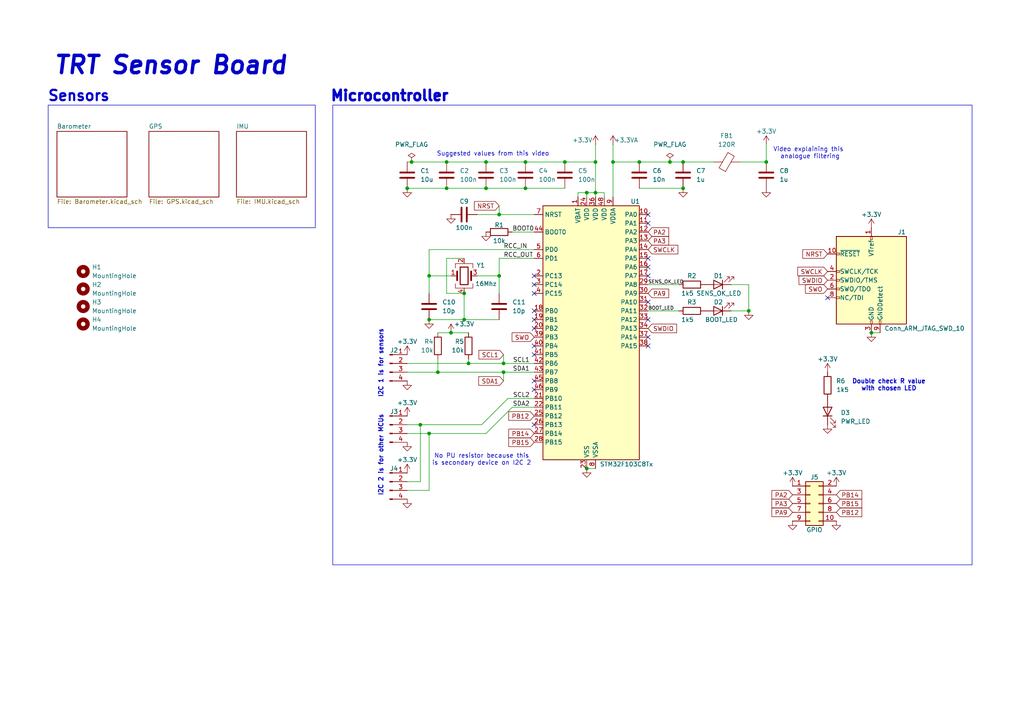
<source format=kicad_sch>
(kicad_sch (version 20231120) (generator "eeschema") (generator_version "8.0")
  (paper "A4")
  (title_block (title "TRT Sensor Board") (date "2024-07-10") (rev "0.1") (company "TRT"))
  (lib_symbols
    (symbol "Connector:Conn_01x04_Pin" (pin_names (offset 1.016) hide)
      (property "Reference" "J" (at 0 5.08 0))
      (property "Value" "Conn_01x04_Pin" (at 0 -7.62 0))
      (symbol "Conn_01x04_Pin_1_1"
        (polyline (pts (xy 1.27 -5.08) (xy 0.8636 -5.08)) (stroke (width 0.1524)))
        (polyline (pts (xy 1.27 -2.54) (xy 0.8636 -2.54)) (stroke (width 0.1524)))
        (polyline (pts (xy 1.27 0) (xy 0.8636 0)) (stroke (width 0.1524)))
        (polyline (pts (xy 1.27 2.54) (xy 0.8636 2.54)) (stroke (width 0.1524)))
        (rectangle (start 0.8636 -4.953) (end 0 -5.207) (stroke (width 0.1524)) (fill (type outline)))
        (rectangle (start 0.8636 -2.413) (end 0 -2.667) (stroke (width 0.1524)) (fill (type outline)))
        (rectangle (start 0.8636 0.127) (end 0 -0.127) (stroke (width 0.1524)) (fill (type outline)))
        (rectangle (start 0.8636 2.667) (end 0 2.413) (stroke (width 0.1524)) (fill (type outline)))
        (pin passive line (at 5.08 2.54 180) (length 3.81) (name "Pin_1") (number "1"))
        (pin passive line (at 5.08 0 180) (length 3.81) (name "Pin_2") (number "2"))
        (pin passive line (at 5.08 -2.54 180) (length 3.81) (name "Pin_3") (number "3"))
        (pin passive line (at 5.08 -5.08 180) (length 3.81) (name "Pin_4") (number "4"))
      )
    )
    (symbol "Connector:Conn_ARM_JTAG_SWD_10" (pin_names (offset 1.016))
      (property "Reference" "J" (at -2.54 16.51 0))
      (property "Value" "Conn_ARM_JTAG_SWD_10" (at -2.54 13.97 0))
      (symbol "Conn_ARM_JTAG_SWD_10_0_1"
        (rectangle (start -10.16 12.7) (end 10.16 -12.7) (stroke (width 0.254)) (fill (type background)))
        (rectangle (start -2.794 -12.7) (end -2.286 -11.684))
        (rectangle (start -0.254 -12.7) (end 0.254 -11.684))
        (rectangle (start -0.254 12.7) (end 0.254 11.684))
        (rectangle (start 9.144 2.286) (end 10.16 2.794))
        (rectangle (start 10.16 -2.794) (end 9.144 -2.286))
        (rectangle (start 10.16 -0.254) (end 9.144 0.254))
        (rectangle (start 10.16 7.874) (end 9.144 7.366))
      )
      (symbol "Conn_ARM_JTAG_SWD_10_1_1"
        (rectangle (start 9.144 -5.334) (end 10.16 -4.826))
        (pin power_in line (at 0 15.24 270) (length 2.54) (name "VTref") (number "1"))
        (pin open_collector line (at 12.7 7.62 180) (length 2.54) (name "~{RESET}") (number "10"))
        (pin bidirectional line (at 12.7 0 180) (length 2.54) (name "SWDIO/TMS") (number "2"))
        (pin power_in line (at 0 -15.24 90) (length 2.54) (name "GND") (number "3"))
        (pin output line (at 12.7 2.54 180) (length 2.54) (name "SWCLK/TCK") (number "4"))
        (pin passive line (at 0 -15.24 90) (length 2.54) hide (name "GND") (number "5"))
        (pin input line (at 12.7 -2.54 180) (length 2.54) (name "SWO/TDO") (number "6"))
        (pin no_connect line (at -10.16 0 0) (length 2.54) hide (name "KEY") (number "7"))
        (pin output line (at 12.7 -5.08 180) (length 2.54) (name "NC/TDI") (number "8"))
        (pin passive line (at -2.54 -15.24 90) (length 2.54) (name "GNDDetect") (number "9"))
      )
    )
    (symbol "Connector_Generic:Conn_02x05_Odd_Even" (pin_names (offset 1.016) hide)
      (property "Reference" "J" (at 1.27 7.62 0))
      (property "Value" "Conn_02x05_Odd_Even" (at 1.27 -7.62 0))
      (symbol "Conn_02x05_Odd_Even_1_1"
        (rectangle (start -1.27 -4.953) (end 0 -5.207) (stroke (width 0.1524)))
        (rectangle (start -1.27 -2.413) (end 0 -2.667) (stroke (width 0.1524)))
        (rectangle (start -1.27 0.127) (end 0 -0.127) (stroke (width 0.1524)))
        (rectangle (start -1.27 2.667) (end 0 2.413) (stroke (width 0.1524)))
        (rectangle (start -1.27 5.207) (end 0 4.953) (stroke (width 0.1524)))
        (rectangle (start -1.27 6.35) (end 3.81 -6.35) (stroke (width 0.254)) (fill (type background)))
        (rectangle (start 3.81 -4.953) (end 2.54 -5.207) (stroke (width 0.1524)))
        (rectangle (start 3.81 -2.413) (end 2.54 -2.667) (stroke (width 0.1524)))
        (rectangle (start 3.81 0.127) (end 2.54 -0.127) (stroke (width 0.1524)))
        (rectangle (start 3.81 2.667) (end 2.54 2.413) (stroke (width 0.1524)))
        (rectangle (start 3.81 5.207) (end 2.54 4.953) (stroke (width 0.1524)))
        (pin passive line (at -5.08 5.08 0) (length 3.81) (name "Pin_1") (number "1"))
        (pin passive line (at 7.62 -5.08 180) (length 3.81) (name "Pin_10") (number "10"))
        (pin passive line (at 7.62 5.08 180) (length 3.81) (name "Pin_2") (number "2"))
        (pin passive line (at -5.08 2.54 0) (length 3.81) (name "Pin_3") (number "3"))
        (pin passive line (at 7.62 2.54 180) (length 3.81) (name "Pin_4") (number "4"))
        (pin passive line (at -5.08 0 0) (length 3.81) (name "Pin_5") (number "5"))
        (pin passive line (at 7.62 0 180) (length 3.81) (name "Pin_6") (number "6"))
        (pin passive line (at -5.08 -2.54 0) (length 3.81) (name "Pin_7") (number "7"))
        (pin passive line (at 7.62 -2.54 180) (length 3.81) (name "Pin_8") (number "8"))
        (pin passive line (at -5.08 -5.08 0) (length 3.81) (name "Pin_9") (number "9"))
      )
    )
    (symbol "Device:C" (pin_numbers hide) (pin_names (offset 0.254))
      (property "Reference" "C" (at 0.635 2.54 0))
      (property "Value" "C" (at 0.635 -2.54 0))
      (symbol "C_0_1"
        (polyline (pts (xy -2.032 -0.762) (xy 2.032 -0.762)) (stroke (width 0.508)))
        (polyline (pts (xy -2.032 0.762) (xy 2.032 0.762)) (stroke (width 0.508)))
      )
      (symbol "C_1_1"
        (pin passive line (at 0 3.81 270) (length 2.794) (name "~") (number "1"))
        (pin passive line (at 0 -3.81 90) (length 2.794) (name "~") (number "2"))
      )
    )
    (symbol "Device:Crystal_GND24" (pin_names (offset 1.016) hide)
      (property "Reference" "Y" (at 3.175 5.08 0))
      (property "Value" "Crystal_GND24" (at 3.175 3.175 0))
      (symbol "Crystal_GND24_0_1"
        (rectangle (start -1.143 2.54) (end 1.143 -2.54) (stroke (width 0.3048)))
        (polyline (pts (xy -2.54 0) (xy -2.032 0)))
        (polyline (pts (xy -2.032 -1.27) (xy -2.032 1.27)) (stroke (width 0.508)))
        (polyline (pts (xy 0 -3.81) (xy 0 -3.556)))
        (polyline (pts (xy 0 3.556) (xy 0 3.81)))
        (polyline (pts (xy 2.032 -1.27) (xy 2.032 1.27)) (stroke (width 0.508)))
        (polyline (pts (xy 2.032 0) (xy 2.54 0)))
        (polyline (pts (xy -2.54 -2.286) (xy -2.54 -3.556) (xy 2.54 -3.556) (xy 2.54 -2.286)))
        (polyline (pts (xy -2.54 2.286) (xy -2.54 3.556) (xy 2.54 3.556) (xy 2.54 2.286)))
      )
      (symbol "Crystal_GND24_1_1"
        (pin passive line (at -3.81 0 0) (length 1.27) (name "1") (number "1"))
        (pin passive line (at 0 5.08 270) (length 1.27) (name "2") (number "2"))
        (pin passive line (at 3.81 0 180) (length 1.27) (name "3") (number "3"))
        (pin passive line (at 0 -5.08 90) (length 1.27) (name "4") (number "4"))
      )
    )
    (symbol "Device:FerriteBead" (pin_numbers hide) (pin_names (offset 0))
      (property "Reference" "FB" (at -3.81 0.635 90))
      (property "Value" "FerriteBead" (at 3.81 0 90))
      (symbol "FerriteBead_0_1"
        (polyline (pts (xy 0 -1.27) (xy 0 -1.2192)))
        (polyline (pts (xy 0 1.27) (xy 0 1.2954)))
        (polyline (pts (xy -2.7686 0.4064) (xy -1.7018 2.2606) (xy 2.7686 -0.3048) (xy 1.6764 -2.159) (xy -2.7686 0.4064)))
      )
      (symbol "FerriteBead_1_1"
        (pin passive line (at 0 3.81 270) (length 2.54) (name "~") (number "1"))
        (pin passive line (at 0 -3.81 90) (length 2.54) (name "~") (number "2"))
      )
    )
    (symbol "Device:LED" (pin_numbers hide) (pin_names (offset 1.016) hide)
      (property "Reference" "D" (at 0 2.54 0))
      (property "Value" "LED" (at 0 -2.54 0))
      (symbol "LED_0_1"
        (polyline (pts (xy -1.27 -1.27) (xy -1.27 1.27)) (stroke (width 0.254)))
        (polyline (pts (xy -1.27 0) (xy 1.27 0)))
        (polyline (pts (xy 1.27 -1.27) (xy 1.27 1.27) (xy -1.27 0) (xy 1.27 -1.27)) (stroke (width 0.254)))
        (polyline (pts (xy -3.048 -0.762) (xy -4.572 -2.286) (xy -3.81 -2.286) (xy -4.572 -2.286) (xy -4.572 -1.524)))
        (polyline (pts (xy -1.778 -0.762) (xy -3.302 -2.286) (xy -2.54 -2.286) (xy -3.302 -2.286) (xy -3.302 -1.524)))
      )
      (symbol "LED_1_1"
        (pin passive line (at -3.81 0 0) (length 2.54) (name "K") (number "1"))
        (pin passive line (at 3.81 0 180) (length 2.54) (name "A") (number "2"))
      )
    )
    (symbol "Device:R" (pin_numbers hide) (pin_names (offset 0))
      (property "Reference" "R" (at 2.032 0 90))
      (property "Value" "R" (at 0 0 90))
      (symbol "R_0_1"
        (rectangle (start -1.016 -2.54) (end 1.016 2.54) (stroke (width 0.254)))
      )
      (symbol "R_1_1"
        (pin passive line (at 0 3.81 270) (length 1.27) (name "~") (number "1"))
        (pin passive line (at 0 -3.81 90) (length 1.27) (name "~") (number "2"))
      )
    )
    (symbol "MCU_ST_STM32F1:STM32F103C8Tx"
      (property "Reference" "U" (at -12.7 39.37 0))
      (property "Value" "STM32F103C8Tx" (at 10.16 39.37 0))
      (symbol "STM32F103C8Tx_0_1"
        (rectangle (start -12.7 -35.56) (end 15.24 38.1) (stroke (width 0.254)) (fill (type background)))
      )
      (symbol "STM32F103C8Tx_1_1"
        (pin power_in line (at -2.54 40.64 270) (length 2.54) (name "VBAT") (number "1"))
        (pin bidirectional line (at 17.78 35.56 180) (length 2.54) (name "PA0") (number "10"))
        (pin bidirectional line (at 17.78 33.02 180) (length 2.54) (name "PA1") (number "11"))
        (pin bidirectional line (at 17.78 30.48 180) (length 2.54) (name "PA2") (number "12"))
        (pin bidirectional line (at 17.78 27.94 180) (length 2.54) (name "PA3") (number "13"))
        (pin bidirectional line (at 17.78 25.4 180) (length 2.54) (name "PA4") (number "14"))
        (pin bidirectional line (at 17.78 22.86 180) (length 2.54) (name "PA5") (number "15"))
        (pin bidirectional line (at 17.78 20.32 180) (length 2.54) (name "PA6") (number "16"))
        (pin bidirectional line (at 17.78 17.78 180) (length 2.54) (name "PA7") (number "17"))
        (pin bidirectional line (at -15.24 7.62 0) (length 2.54) (name "PB0") (number "18"))
        (pin bidirectional line (at -15.24 5.08 0) (length 2.54) (name "PB1") (number "19"))
        (pin bidirectional line (at -15.24 17.78 0) (length 2.54) (name "PC13") (number "2"))
        (pin bidirectional line (at -15.24 2.54 0) (length 2.54) (name "PB2") (number "20"))
        (pin bidirectional line (at -15.24 -17.78 0) (length 2.54) (name "PB10") (number "21"))
        (pin bidirectional line (at -15.24 -20.32 0) (length 2.54) (name "PB11") (number "22"))
        (pin power_in line (at 0 -38.1 90) (length 2.54) (name "VSS") (number "23"))
        (pin power_in line (at 0 40.64 270) (length 2.54) (name "VDD") (number "24"))
        (pin bidirectional line (at -15.24 -22.86 0) (length 2.54) (name "PB12") (number "25"))
        (pin bidirectional line (at -15.24 -25.4 0) (length 2.54) (name "PB13") (number "26"))
        (pin bidirectional line (at -15.24 -27.94 0) (length 2.54) (name "PB14") (number "27"))
        (pin bidirectional line (at -15.24 -30.48 0) (length 2.54) (name "PB15") (number "28"))
        (pin bidirectional line (at 17.78 15.24 180) (length 2.54) (name "PA8") (number "29"))
        (pin bidirectional line (at -15.24 15.24 0) (length 2.54) (name "PC14") (number "3"))
        (pin bidirectional line (at 17.78 12.7 180) (length 2.54) (name "PA9") (number "30"))
        (pin bidirectional line (at 17.78 10.16 180) (length 2.54) (name "PA10") (number "31"))
        (pin bidirectional line (at 17.78 7.62 180) (length 2.54) (name "PA11") (number "32"))
        (pin bidirectional line (at 17.78 5.08 180) (length 2.54) (name "PA12") (number "33"))
        (pin bidirectional line (at 17.78 2.54 180) (length 2.54) (name "PA13") (number "34"))
        (pin passive line (at 0 -38.1 90) (length 2.54) hide (name "VSS") (number "35"))
        (pin power_in line (at 2.54 40.64 270) (length 2.54) (name "VDD") (number "36"))
        (pin bidirectional line (at 17.78 0 180) (length 2.54) (name "PA14") (number "37"))
        (pin bidirectional line (at 17.78 -2.54 180) (length 2.54) (name "PA15") (number "38"))
        (pin bidirectional line (at -15.24 0 0) (length 2.54) (name "PB3") (number "39"))
        (pin bidirectional line (at -15.24 12.7 0) (length 2.54) (name "PC15") (number "4"))
        (pin bidirectional line (at -15.24 -2.54 0) (length 2.54) (name "PB4") (number "40"))
        (pin bidirectional line (at -15.24 -5.08 0) (length 2.54) (name "PB5") (number "41"))
        (pin bidirectional line (at -15.24 -7.62 0) (length 2.54) (name "PB6") (number "42"))
        (pin bidirectional line (at -15.24 -10.16 0) (length 2.54) (name "PB7") (number "43"))
        (pin input line (at -15.24 30.48 0) (length 2.54) (name "BOOT0") (number "44"))
        (pin bidirectional line (at -15.24 -12.7 0) (length 2.54) (name "PB8") (number "45"))
        (pin bidirectional line (at -15.24 -15.24 0) (length 2.54) (name "PB9") (number "46"))
        (pin passive line (at 0 -38.1 90) (length 2.54) hide (name "VSS") (number "47"))
        (pin power_in line (at 5.08 40.64 270) (length 2.54) (name "VDD") (number "48"))
        (pin bidirectional line (at -15.24 25.4 0) (length 2.54) (name "PD0") (number "5"))
        (pin bidirectional line (at -15.24 22.86 0) (length 2.54) (name "PD1") (number "6"))
        (pin input line (at -15.24 35.56 0) (length 2.54) (name "NRST") (number "7"))
        (pin power_in line (at 2.54 -38.1 90) (length 2.54) (name "VSSA") (number "8"))
        (pin power_in line (at 7.62 40.64 270) (length 2.54) (name "VDDA") (number "9"))
      )
    )
    (symbol "Mechanical:MountingHole" (pin_names (offset 1.016)) (exclude_from_sim yes) (in_bom no)
      (property "Reference" "H" (at 0 5.08 0))
      (property "Value" "MountingHole" (at 0 3.175 0))
      (symbol "MountingHole_0_1"
        (circle (center 0 0) (radius 1.27) (stroke (width 1.27)))
      )
    )
    (symbol "power:+3.3V" (power) (pin_numbers hide) (pin_names (offset 0) hide)
      (property "Value" "+3.3V" (at 0 3.556 0))
      (symbol "+3.3V_0_1"
        (polyline (pts (xy -0.762 1.27) (xy 0 2.54)))
        (polyline (pts (xy 0 0) (xy 0 2.54)))
        (polyline (pts (xy 0 2.54) (xy 0.762 1.27)))
      )
      (symbol "+3.3V_1_1"
        (pin power_in line (at 0 0 90) (length 0) (name "~") (number "1"))
      )
    )
    (symbol "power:+3.3VA" (power) (pin_numbers hide) (pin_names (offset 0) hide)
      (property "Value" "+3.3VA" (at 0 3.556 0))
      (symbol "+3.3VA_0_1"
        (polyline (pts (xy -0.762 1.27) (xy 0 2.54)))
        (polyline (pts (xy 0 0) (xy 0 2.54)))
        (polyline (pts (xy 0 2.54) (xy 0.762 1.27)))
      )
      (symbol "+3.3VA_1_1"
        (pin power_in line (at 0 0 90) (length 0) (name "~") (number "1"))
      )
    )
    (symbol "power:GND" (power) (pin_numbers hide) (pin_names (offset 0) hide)
      (property "Value" "GND" (at 0 -3.81 0))
      (symbol "GND_0_1"
        (polyline (pts (xy 0 0) (xy 0 -1.27) (xy 1.27 -1.27) (xy 0 -2.54) (xy -1.27 -1.27) (xy 0 -1.27)))
      )
      (symbol "GND_1_1"
        (pin power_in line (at 0 0 270) (length 0) (name "~") (number "1"))
      )
    )
    (symbol "power:PWR_FLAG" (power) (pin_numbers hide) (pin_names (offset 0) hide)
      (property "Value" "PWR_FLAG" (at 0 3.81 0))
      (symbol "PWR_FLAG_0_0"
        (pin power_out line (at 0 0 90) (length 0) (name "~") (number "1"))
      )
      (symbol "PWR_FLAG_0_1"
        (polyline (pts (xy 0 0) (xy 0 1.27) (xy -1.016 1.905) (xy 0 2.54) (xy 1.016 1.905) (xy 0 1.27)))
      )
    )
  )
  (junction (at 198.12 46.99))
  (junction (at 129.54 46.99))
  (junction (at 152.4 54.61))
  (junction (at 177.8 46.99))
  (junction (at 152.4 46.99))
  (junction (at 222.25 46.99))
  (junction (at 134.62 92.71))
  (junction (at 146.05 107.95))
  (junction (at 198.12 54.61))
  (junction (at 144.78 80.01))
  (junction (at 134.62 85.09))
  (junction (at 135.89 105.41))
  (junction (at 130.81 96.52))
  (junction (at 121.92 123.19))
  (junction (at 124.46 92.71))
  (junction (at 172.72 55.88))
  (junction (at 144.78 62.23))
  (junction (at 170.18 55.88))
  (junction (at 118.11 54.61))
  (junction (at 124.46 125.73))
  (junction (at 252.73 96.52))
  (junction (at 185.42 46.99))
  (junction (at 140.97 46.99))
  (junction (at 140.97 54.61))
  (junction (at 129.54 54.61))
  (junction (at 194.31 46.99))
  (junction (at 124.46 80.01))
  (junction (at 163.83 46.99))
  (junction (at 127 107.95))
  (junction (at 170.18 135.89))
  (junction (at 119.38 46.99))
  (junction (at 172.72 46.99))
  (junction (at 146.05 105.41))
  (junction (at 217.17 90.17))
  (no_connect (at 187.96 62.23))
  (no_connect (at 154.94 82.55))
  (no_connect (at 187.96 80.01))
  (no_connect (at 154.94 80.01))
  (no_connect (at 187.96 64.77))
  (no_connect (at 154.94 110.49))
  (no_connect (at 154.94 113.03))
  (no_connect (at 240.03 86.36))
  (no_connect (at 187.96 97.79))
  (no_connect (at 154.94 102.87))
  (no_connect (at 187.96 77.47))
  (no_connect (at 154.94 100.33))
  (no_connect (at 187.96 87.63))
  (no_connect (at 187.96 92.71))
  (no_connect (at 154.94 90.17))
  (no_connect (at 154.94 123.19))
  (no_connect (at 187.96 100.33))
  (no_connect (at 154.94 92.71))
  (no_connect (at 187.96 74.93))
  (no_connect (at 154.94 85.09))
  (no_connect (at 154.94 95.25))
  (wire (pts (xy 124.46 72.39) (xy 154.94 72.39)))
  (wire (pts (xy 172.72 55.88) (xy 172.72 57.15)))
  (wire (pts (xy 144.78 62.23) (xy 154.94 62.23)))
  (wire (pts (xy 135.89 96.52) (xy 130.81 96.52)))
  (wire (pts (xy 144.78 85.09) (xy 144.78 80.01)))
  (wire (pts (xy 146.05 102.87) (xy 146.05 105.41)))
  (wire (pts (xy 212.09 90.17) (xy 217.17 90.17)))
  (wire (pts (xy 134.62 85.09) (xy 134.62 92.71)))
  (wire (pts (xy 152.4 46.99) (xy 163.83 46.99)))
  (wire (pts (xy 124.46 72.39) (xy 124.46 80.01)))
  (wire (pts (xy 121.92 123.19) (xy 121.92 139.7)))
  (wire (pts (xy 134.62 85.09) (xy 129.54 85.09)))
  (wire (pts (xy 214.63 46.99) (xy 222.25 46.99)))
  (wire (pts (xy 198.12 46.99) (xy 207.01 46.99)))
  (wire (pts (xy 119.38 46.99) (xy 129.54 46.99)))
  (wire (pts (xy 130.81 96.52) (xy 127 96.52)))
  (wire (pts (xy 217.17 82.55) (xy 217.17 90.17)))
  (wire (pts (xy 146.05 105.41) (xy 154.94 105.41)))
  (wire (pts (xy 118.11 107.95) (xy 127 107.95)))
  (wire (pts (xy 138.43 62.23) (xy 144.78 62.23)))
  (wire (pts (xy 163.83 46.99) (xy 172.72 46.99)))
  (wire (pts (xy 144.78 74.93) (xy 154.94 74.93)))
  (wire (pts (xy 127 104.14) (xy 127 107.95)))
  (wire (pts (xy 172.72 55.88) (xy 175.26 55.88)))
  (wire (pts (xy 127 107.95) (xy 146.05 107.95)))
  (wire (pts (xy 129.54 46.99) (xy 140.97 46.99)))
  (wire (pts (xy 140.97 54.61) (xy 152.4 54.61)))
  (wire (pts (xy 140.97 46.99) (xy 152.4 46.99)))
  (wire (pts (xy 124.46 80.01) (xy 124.46 85.09)))
  (wire (pts (xy 175.26 55.88) (xy 175.26 57.15)))
  (wire (pts (xy 144.78 59.69) (xy 144.78 62.23)))
  (wire (pts (xy 172.72 41.91) (xy 172.72 46.99)))
  (wire (pts (xy 187.96 90.17) (xy 196.85 90.17)))
  (wire (pts (xy 121.92 123.19) (xy 139.7 123.19)))
  (wire (pts (xy 167.64 55.88) (xy 167.64 57.15)))
  (wire (pts (xy 135.89 104.14) (xy 135.89 105.41)))
  (wire (pts (xy 129.54 74.93) (xy 134.62 74.93)))
  (wire (pts (xy 146.05 107.95) (xy 154.94 107.95)))
  (wire (pts (xy 177.8 46.99) (xy 185.42 46.99)))
  (wire (pts (xy 170.18 55.88) (xy 172.72 55.88)))
  (wire (pts (xy 170.18 135.89) (xy 172.72 135.89)))
  (wire (pts (xy 139.7 123.19) (xy 147.32 115.57)))
  (wire (pts (xy 118.11 46.99) (xy 119.38 46.99)))
  (wire (pts (xy 124.46 92.71) (xy 134.62 92.71)))
  (wire (pts (xy 144.78 74.93) (xy 144.78 80.01)))
  (wire (pts (xy 185.42 54.61) (xy 198.12 54.61)))
  (wire (pts (xy 138.43 80.01) (xy 144.78 80.01)))
  (wire (pts (xy 129.54 54.61) (xy 140.97 54.61)))
  (wire (pts (xy 135.89 105.41) (xy 118.11 105.41)))
  (wire (pts (xy 135.89 105.41) (xy 146.05 105.41)))
  (wire (pts (xy 118.11 54.61) (xy 129.54 54.61)))
  (wire (pts (xy 124.46 80.01) (xy 130.81 80.01)))
  (wire (pts (xy 148.59 67.31) (xy 154.94 67.31)))
  (wire (pts (xy 124.46 125.73) (xy 140.97 125.73)))
  (wire (pts (xy 194.31 46.99) (xy 198.12 46.99)))
  (wire (pts (xy 152.4 54.61) (xy 163.83 54.61)))
  (wire (pts (xy 187.96 82.55) (xy 196.85 82.55)))
  (wire (pts (xy 172.72 46.99) (xy 172.72 55.88)))
  (wire (pts (xy 124.46 125.73) (xy 124.46 142.24)))
  (wire (pts (xy 177.8 46.99) (xy 177.8 57.15)))
  (wire (pts (xy 252.73 96.52) (xy 255.27 96.52)))
  (wire (pts (xy 118.11 139.7) (xy 121.92 139.7)))
  (wire (pts (xy 129.54 85.09) (xy 129.54 74.93)))
  (wire (pts (xy 118.11 123.19) (xy 121.92 123.19)))
  (wire (pts (xy 134.62 92.71) (xy 144.78 92.71)))
  (wire (pts (xy 146.05 110.49) (xy 146.05 107.95)))
  (wire (pts (xy 177.8 41.91) (xy 177.8 46.99)))
  (wire (pts (xy 148.59 118.11) (xy 140.97 125.73)))
  (wire (pts (xy 170.18 57.15) (xy 170.18 55.88)))
  (wire (pts (xy 118.11 142.24) (xy 124.46 142.24)))
  (wire (pts (xy 148.59 118.11) (xy 154.94 118.11)))
  (wire (pts (xy 222.25 41.91) (xy 222.25 46.99)))
  (wire (pts (xy 170.18 55.88) (xy 167.64 55.88)))
  (wire (pts (xy 212.09 82.55) (xy 217.17 82.55)))
  (wire (pts (xy 154.94 115.57) (xy 147.32 115.57)))
  (wire (pts (xy 118.11 125.73) (xy 124.46 125.73)))
  (wire (pts (xy 185.42 46.99) (xy 194.31 46.99)))
  (rectangle (start 13.97 30.48) (end 91.44 66.04))
  (rectangle (start 96.52 30.48) (end 281.94 163.83))
  (text "Double check R value\nwith chosen LED" (at 257.81 111.76 0) (effects (font (size 1.27 1.27) (bold yes))))
  (text "TRT Sensor Board" (at 49.53 19.05 0) (effects (font (size 5 5) (thickness 1) (bold yes) (italic yes))))
  (text "Video explaining this \nanalogue filtering" (at 234.95 44.45 0) (effects (font (size 1.27 1.27))))
  (text "Sensors" (at 22.86 27.94 0) (effects (font (size 3 3) (thickness 0.6) (bold yes))))
  (text "No PU resistor because this\nis secondary device on I2C 2" (at 139.7 133.35 0) (effects (font (size 1.27 1.27))))
  (text "I2C 2 is for other MCUs" (at 110.49 132.08 90) (effects (font (size 1.27 1.27) (bold yes))))
  (text "I2C 1 is for sensors" (at 110.49 105.41 90) (effects (font (size 1.27 1.27) (bold yes))))
  (text "Microcontroller" (at 113.03 27.94 0) (effects (font (size 3 3) (thickness 1) (bold yes))))
  (text "Suggested values from this video\n" (at 143.002 44.704 0) (effects (font (size 1.27 1.27))))
  (label "SDA1" (at 153.67 107.95 180))
  (label "SENS_OK_LED" (at 187.96 82.55 0) (effects (font (size 1 1))))
  (label "SDA2" (at 153.67 118.11 180))
  (label "BOOT_LED" (at 187.96 90.17 0) (effects (font (size 1 1))))
  (label "RCC_OUT" (at 146.05 74.93 0))
  (label "SCL2" (at 153.67 115.57 180))
  (label "BOOT0" (at 148.59 67.31 0))
  (label "RCC_IN" (at 146.05 72.39 0))
  (label "SCL1" (at 153.67 105.41 180))
  (global_label "NRST" (shape input) (at 144.78 59.69 180) (property "Intersheetrefs" "${INTERSHEET_REFS}" (effects (hide yes))))
  (global_label "PB14" (shape input) (at 154.94 125.73 180) (property "Intersheetrefs" "${INTERSHEET_REFS}" (effects (hide yes))))
  (global_label "PA9" (shape input) (at 229.87 148.59 180) (property "Intersheetrefs" "${INTERSHEET_REFS}" (effects (hide yes))))
  (global_label "SWO" (shape input) (at 240.03 83.82 180) (property "Intersheetrefs" "${INTERSHEET_REFS}" (effects (hide yes))))
  (global_label "SWDIO" (shape input) (at 187.96 95.25 0) (property "Intersheetrefs" "${INTERSHEET_REFS}" (effects (hide yes))))
  (global_label "PB14" (shape input) (at 242.57 143.51 0) (property "Intersheetrefs" "${INTERSHEET_REFS}" (effects (hide yes))))
  (global_label "PA3" (shape input) (at 187.96 69.85 0) (property "Intersheetrefs" "${INTERSHEET_REFS}" (effects (hide yes))))
  (global_label "SWO" (shape input) (at 154.94 97.79 180) (property "Intersheetrefs" "${INTERSHEET_REFS}" (effects (hide yes))))
  (global_label "PB15" (shape input) (at 154.94 128.27 180) (property "Intersheetrefs" "${INTERSHEET_REFS}" (effects (hide yes))))
  (global_label "SWCLK" (shape input) (at 240.03 78.74 180) (property "Intersheetrefs" "${INTERSHEET_REFS}" (effects (hide yes))))
  (global_label "SDA1" (shape input) (at 146.05 110.49 180) (property "Intersheetrefs" "${INTERSHEET_REFS}" (effects (hide yes))))
  (global_label "NRST" (shape input) (at 240.03 73.66 180) (property "Intersheetrefs" "${INTERSHEET_REFS}" (effects (hide yes))))
  (global_label "PB12" (shape input) (at 242.57 148.59 0) (property "Intersheetrefs" "${INTERSHEET_REFS}" (effects (hide yes))))
  (global_label "PA2" (shape input) (at 229.87 143.51 180) (property "Intersheetrefs" "${INTERSHEET_REFS}" (effects (hide yes))))
  (global_label "SCL1" (shape input) (at 146.05 102.87 180) (property "Intersheetrefs" "${INTERSHEET_REFS}" (effects (hide yes))))
  (global_label "SWDIO" (shape input) (at 240.03 81.28 180) (property "Intersheetrefs" "${INTERSHEET_REFS}" (effects (hide yes))))
  (global_label "PB15" (shape input) (at 242.57 146.05 0) (property "Intersheetrefs" "${INTERSHEET_REFS}" (effects (hide yes))))
  (global_label "PA2" (shape input) (at 187.96 67.31 0) (property "Intersheetrefs" "${INTERSHEET_REFS}" (effects (hide yes))))
  (global_label "PA3" (shape input) (at 229.87 146.05 180) (property "Intersheetrefs" "${INTERSHEET_REFS}" (effects (hide yes))))
  (global_label "PB12" (shape input) (at 154.94 120.65 180) (property "Intersheetrefs" "${INTERSHEET_REFS}" (effects (hide yes))))
  (global_label "SWCLK" (shape input) (at 187.96 72.39 0) (property "Intersheetrefs" "${INTERSHEET_REFS}" (effects (hide yes))))
  (global_label "PA9" (shape input) (at 187.96 85.09 0) (property "Intersheetrefs" "${INTERSHEET_REFS}" (effects (hide yes))))
  (symbol (lib_id "power:GND") (at 242.57 151.13 0) (unit 1)
    (property "Reference" "#PWR027" (effects (hide yes)))
    (property "Value" "GND" (effects (hide yes)))
    (property "Description" "Power symbol creates a global label with name \"GND\" , ground" (effects (hide yes)))
  )
  (symbol (lib_id "Device:R") (at 200.66 90.17 270) (mirror x) (unit 1)
    (property "Reference" "R3" (at 200.66 87.63 90))
    (property "Value" "1k5" (at 199.39 92.71 90))
    (property "Footprint" "Resistor_SMD:R_0805_2012Metric" (effects (hide yes)))
    (property "Description" "Resistor" (effects (hide yes)))
  )
  (symbol (lib_id "power:GND") (at 124.46 92.71 0) (unit 1)
    (property "Reference" "#PWR011" (effects (hide yes)))
    (property "Value" "GND" (effects (hide yes)))
    (property "Description" "Power symbol creates a global label with name \"GND\" , ground" (effects (hide yes)))
  )
  (symbol (lib_id "Device:R") (at 144.78 67.31 90) (mirror x) (unit 1)
    (property "Reference" "R1" (at 144.78 65.278 90))
    (property "Value" "10k" (at 144.78 69.85 90))
    (property "Footprint" "Resistor_SMD:R_0805_2012Metric" (effects (hide yes)))
    (property "Description" "Resistor" (effects (hide yes)))
  )
  (symbol (lib_id "Device:C") (at 144.78 88.9 0) (unit 1)
    (property "Reference" "C11" (at 148.59 87.6299 0) (effects (justify left)))
    (property "Value" "10p" (at 148.59 90.1699 0) (effects (justify left)))
    (property "Footprint" "Capacitor_SMD:C_0805_2012Metric" (effects (hide yes)))
    (property "Description" "Unpolarized capacitor" (effects (hide yes)))
  )
  (symbol (lib_id "Device:C") (at 222.25 50.8 0) (unit 1)
    (property "Reference" "C8" (at 226.06 49.5299 0) (effects (justify left)))
    (property "Value" "1u" (at 226.06 52.0699 0) (effects (justify left)))
    (property "Footprint" "Capacitor_SMD:C_0805_2012Metric" (effects (hide yes)))
    (property "Description" "Unpolarized capacitor" (effects (hide yes)))
  )
  (symbol (lib_id "Device:R") (at 127 100.33 0) (mirror y) (unit 1)
    (property "Reference" "R4" (at 125.73 99.06 0) (effects (justify left)))
    (property "Value" "10k" (at 125.73 101.6 0) (effects (justify left)))
    (property "Footprint" "Resistor_SMD:R_0805_2012Metric" (effects (hide yes)))
    (property "Description" "Resistor" (effects (hide yes)))
  )
  (symbol (lib_id "Device:C") (at 134.62 62.23 270) (unit 1)
    (property "Reference" "C9" (at 134.62 58.42 90))
    (property "Value" "100n" (at 134.62 66.04 90))
    (property "Footprint" "Capacitor_SMD:C_0805_2012Metric" (effects (hide yes)))
    (property "Description" "Unpolarized capacitor" (effects (hide yes)))
  )
  (symbol (lib_id "power:+3.3V") (at 118.11 137.16 0) (mirror y) (unit 1)
    (property "Reference" "#PWR022" (effects (hide yes)))
    (property "Value" "+3.3V" (at 118.11 133.35 0))
    (property "Description" "Power symbol creates a global label with name \"+3.3V\"" (effects (hide yes)))
  )
  (symbol (lib_id "Mechanical:MountingHole") (at 24.13 93.98 0) (unit 1) (exclude_from_sim yes) (in_bom no)
    (property "Reference" "H4" (at 26.67 92.7099 0) (effects (justify left)))
    (property "Value" "MountingHole" (at 26.67 95.2499 0) (effects (justify left)))
    (property "Footprint" "MountingHole:MountingHole_2.2mm_M2" (effects (hide yes)))
    (property "Description" "Mounting Hole without connection" (effects (hide yes)))
  )
  (symbol (lib_id "Device:C") (at 129.54 50.8 0) (unit 1)
    (property "Reference" "C2" (at 133.35 49.5299 0) (effects (justify left)))
    (property "Value" "100n" (at 133.35 52.0699 0) (effects (justify left)))
    (property "Footprint" "Capacitor_SMD:C_0805_2012Metric" (effects (hide yes)))
    (property "Description" "Unpolarized capacitor" (effects (hide yes)))
  )
  (symbol (lib_id "Device:Crystal_GND24") (at 134.62 80.01 0) (unit 1)
    (property "Reference" "Y1" (at 139.446 76.962 0))
    (property "Value" "16Mhz" (at 140.97 82.296 0))
    (property "Footprint" "Crystal:Crystal_SMD_Abracon_ABM10-4Pin_2.5x2.0mm" (effects (hide yes)))
    (property "Datasheet" "https://www.mouser.com/datasheet/2/3/ABM10AIG-1774860.pdf" (effects (hide yes)))
    (property "Description" "Four pin crystal, GND on pins 2 and 4" (effects (hide yes)))
  )
  (symbol (lib_id "Connector:Conn_01x04_Pin") (at 113.03 139.7 0) (unit 1)
    (property "Reference" "J4" (at 114.3 135.89 0))
    (property "Value" "Conn_01x04_Pin" (effects (hide yes)))
    (property "Footprint" "Connector_PinHeader_2.54mm:PinHeader_1x04_P2.54mm_Vertical" (effects (hide yes)))
    (property "Description" "Generic connector, single row, 01x04, script generated" (effects (hide yes)))
  )
  (symbol (lib_id "power:+3.3V") (at 172.72 41.91 0) (unit 1)
    (property "Reference" "#PWR01" (effects (hide yes)))
    (property "Value" "+3.3V" (at 168.91 40.64 0))
    (property "Description" "Power symbol creates a global label with name \"+3.3V\"" (effects (hide yes)))
  )
  (symbol (lib_id "power:+3.3V") (at 130.81 96.52 0) (mirror y) (unit 1)
    (property "Reference" "#PWR012" (effects (hide yes)))
    (property "Value" "+3.3V" (at 134.62 93.98 0))
    (property "Description" "Power symbol creates a global label with name \"+3.3V\"" (effects (hide yes)))
  )
  (symbol (lib_id "power:GND") (at 170.18 135.89 0) (unit 1)
    (property "Reference" "#PWR021" (effects (hide yes)))
    (property "Value" "GND" (effects (hide yes)))
    (property "Description" "Power symbol creates a global label with name \"GND\" , ground" (effects (hide yes)))
  )
  (symbol (lib_id "Device:LED") (at 208.28 82.55 180) (unit 1)
    (property "Reference" "D1" (at 207.01 80.01 0) (effects (justify right)))
    (property "Value" "SENS_OK_LED" (at 201.93 85.09 0) (effects (justify right)))
    (property "Footprint" "LED_SMD:LED_0805_2012Metric" (effects (hide yes)))
    (property "Description" "Light emitting diode" (effects (hide yes)))
  )
  (symbol (lib_id "power:+3.3V") (at 118.11 102.87 0) (mirror y) (unit 1)
    (property "Reference" "#PWR014" (effects (hide yes)))
    (property "Value" "+3.3V" (at 118.11 99.06 0))
    (property "Description" "Power symbol creates a global label with name \"+3.3V\"" (effects (hide yes)))
  )
  (symbol (lib_id "MCU_ST_STM32F1:STM32F103C8Tx") (at 170.18 97.79 0) (unit 1)
    (property "Reference" "U1" (at 182.88 58.42 0) (effects (justify left)))
    (property "Value" "STM32F103C8Tx" (at 173.99 134.62 0) (effects (justify left)))
    (property "Footprint" "Package_QFP:LQFP-48_7x7mm_P0.5mm" (effects (hide yes)))
    (property "Datasheet" "https://www.st.com/resource/en/datasheet/stm32f103c8.pdf" (effects (hide yes)))
    (property "Description" "STMicroelectronics Arm Cortex-M3 MCU, 64KB flash, 20KB RAM, 72 MHz, 2.0-3.6V, 37 GPIO, LQFP48" (effects (hide yes)))
  )
  (symbol (lib_id "power:GND") (at 118.11 128.27 0) (mirror y) (unit 1)
    (property "Reference" "#PWR020" (effects (hide yes)))
    (property "Value" "GND" (effects (hide yes)))
    (property "Description" "Power symbol creates a global label with name \"GND\" , ground" (effects (hide yes)))
  )
  (symbol (lib_id "power:GND") (at 118.11 110.49 0) (mirror y) (unit 1)
    (property "Reference" "#PWR016" (effects (hide yes)))
    (property "Value" "GND" (effects (hide yes)))
    (property "Description" "Power symbol creates a global label with name \"GND\" , ground" (effects (hide yes)))
  )
  (symbol (lib_id "Device:LED") (at 240.03 119.38 90) (unit 1)
    (property "Reference" "D3" (at 243.84 119.6974 90) (effects (justify right)))
    (property "Value" "PWR_LED" (at 243.84 122.2374 90) (effects (justify right)))
    (property "Footprint" "LED_SMD:LED_0805_2012Metric" (effects (hide yes)))
    (property "Description" "Light emitting diode" (effects (hide yes)))
  )
  (symbol (lib_id "power:+3.3V") (at 222.25 41.91 0) (unit 1)
    (property "Reference" "#PWR03" (effects (hide yes)))
    (property "Value" "+3.3V" (at 222.25 38.1 0))
    (property "Description" "Power symbol creates a global label with name \"+3.3V\"" (effects (hide yes)))
  )
  (symbol (lib_id "power:GND") (at 198.12 54.61 0) (unit 1)
    (property "Reference" "#PWR05" (effects (hide yes)))
    (property "Value" "GND" (effects (hide yes)))
    (property "Description" "Power symbol creates a global label with name \"GND\" , ground" (effects (hide yes)))
  )
  (symbol (lib_id "Device:R") (at 135.89 100.33 0) (mirror y) (unit 1)
    (property "Reference" "R5" (at 134.62 99.06 0) (effects (justify left)))
    (property "Value" "10k" (at 134.62 101.6 0) (effects (justify left)))
    (property "Footprint" "Resistor_SMD:R_0805_2012Metric" (effects (hide yes)))
    (property "Description" "Resistor" (effects (hide yes)))
  )
  (symbol (lib_id "Connector_Generic:Conn_02x05_Odd_Even") (at 234.95 146.05 0) (unit 1)
    (property "Reference" "J5" (at 236.22 138.43 0))
    (property "Value" "GPIO" (at 236.22 153.67 0))
    (property "Footprint" "Connector_PinHeader_2.54mm:PinHeader_2x05_P2.54mm_Vertical" (effects (hide yes)))
    (property "Description" "Generic connector, double row, 02x05, odd/even pin numbering scheme (row 1 odd numbers, row 2 even numbers), script generated (kicad-library-utils/schlib/autogen/connector/)" (effects (hide yes)))
  )
  (symbol (lib_id "power:PWR_FLAG") (at 194.31 46.99 0) (unit 1)
    (property "Reference" "#FLG02" (effects (hide yes)))
    (property "Value" "PWR_FLAG" (at 194.31 41.91 0))
    (property "Description" "Special symbol for telling ERC where power comes from" (effects (hide yes)))
  )
  (symbol (lib_id "Device:R") (at 240.03 111.76 0) (mirror x) (unit 1)
    (property "Reference" "R6" (at 243.84 110.49 0))
    (property "Value" "1k5" (at 242.57 113.03 0) (effects (justify left)))
    (property "Footprint" "Resistor_SMD:R_0805_2012Metric" (effects (hide yes)))
    (property "Description" "Resistor" (effects (hide yes)))
  )
  (symbol (lib_id "power:GND") (at 229.87 151.13 0) (unit 1)
    (property "Reference" "#PWR026" (effects (hide yes)))
    (property "Value" "GND" (effects (hide yes)))
    (property "Description" "Power symbol creates a global label with name \"GND\" , ground" (effects (hide yes)))
  )
  (symbol (lib_id "Mechanical:MountingHole") (at 24.13 88.9 0) (unit 1) (exclude_from_sim yes) (in_bom no)
    (property "Reference" "H3" (at 26.67 87.6299 0) (effects (justify left)))
    (property "Value" "MountingHole" (at 26.67 90.1699 0) (effects (justify left)))
    (property "Footprint" "MountingHole:MountingHole_2.2mm_M2" (effects (hide yes)))
    (property "Description" "Mounting Hole without connection" (effects (hide yes)))
  )
  (symbol (lib_id "Device:LED") (at 208.28 90.17 180) (unit 1)
    (property "Reference" "D2" (at 207.01 87.63 0) (effects (justify right)))
    (property "Value" "BOOT_LED" (at 204.47 92.71 0) (effects (justify right)))
    (property "Footprint" "LED_SMD:LED_0805_2012Metric" (effects (hide yes)))
    (property "Description" "Light emitting diode" (effects (hide yes)))
  )
  (symbol (lib_id "Device:R") (at 200.66 82.55 270) (mirror x) (unit 1)
    (property "Reference" "R2" (at 200.66 80.01 90))
    (property "Value" "1k5" (at 199.39 85.09 90))
    (property "Footprint" "Resistor_SMD:R_0805_2012Metric" (effects (hide yes)))
    (property "Description" "Resistor" (effects (hide yes)))
  )
  (symbol (lib_id "Device:C") (at 163.83 50.8 0) (unit 1)
    (property "Reference" "C5" (at 167.64 49.5299 0) (effects (justify left)))
    (property "Value" "100n" (at 167.64 52.0699 0) (effects (justify left)))
    (property "Footprint" "Capacitor_SMD:C_0805_2012Metric" (effects (hide yes)))
    (property "Description" "Unpolarized capacitor" (effects (hide yes)))
  )
  (symbol (lib_id "Connector:Conn_01x04_Pin") (at 113.03 105.41 0) (unit 1)
    (property "Reference" "J2" (at 114.3 101.6 0))
    (property "Value" "Conn_01x04_Pin" (effects (hide yes)))
    (property "Footprint" "Connector_PinHeader_2.54mm:PinHeader_1x04_P2.54mm_Vertical" (effects (hide yes)))
    (property "Description" "Generic connector, single row, 01x04, script generated" (effects (hide yes)))
  )
  (symbol (lib_id "Device:C") (at 118.11 50.8 0) (unit 1)
    (property "Reference" "C1" (at 121.92 49.5299 0) (effects (justify left)))
    (property "Value" "10u" (at 121.92 52.0699 0) (effects (justify left)))
    (property "Footprint" "Capacitor_SMD:C_0805_2012Metric" (effects (hide yes)))
    (property "Description" "Unpolarized capacitor" (effects (hide yes)))
  )
  (symbol (lib_id "power:GND") (at 252.73 96.52 0) (unit 1)
    (property "Reference" "#PWR013" (effects (hide yes)))
    (property "Value" "GND" (effects (hide yes)))
    (property "Description" "Power symbol creates a global label with name \"GND\" , ground" (effects (hide yes)))
  )
  (symbol (lib_id "Connector:Conn_01x04_Pin") (at 113.03 123.19 0) (unit 1)
    (property "Reference" "J3" (at 114.3 119.38 0))
    (property "Value" "Conn_01x04_Pin" (effects (hide yes)))
    (property "Footprint" "Connector_PinHeader_2.54mm:PinHeader_1x04_P2.54mm_Vertical" (effects (hide yes)))
    (property "Description" "Generic connector, single row, 01x04, script generated" (effects (hide yes)))
  )
  (symbol (lib_id "power:GND") (at 222.25 54.61 0) (unit 1)
    (property "Reference" "#PWR06" (effects (hide yes)))
    (property "Value" "GND" (effects (hide yes)))
    (property "Description" "Power symbol creates a global label with name \"GND\" , ground" (effects (hide yes)))
  )
  (symbol (lib_id "power:PWR_FLAG") (at 119.38 46.99 0) (unit 1)
    (property "Reference" "#FLG01" (effects (hide yes)))
    (property "Value" "PWR_FLAG" (at 119.38 41.91 0))
    (property "Description" "Special symbol for telling ERC where power comes from" (effects (hide yes)))
  )
  (symbol (lib_id "power:GND") (at 140.97 67.31 0) (unit 1)
    (property "Reference" "#PWR09" (effects (hide yes)))
    (property "Value" "GND" (effects (hide yes)))
    (property "Description" "Power symbol creates a global label with name \"GND\" , ground" (effects (hide yes)))
  )
  (symbol (lib_id "power:+3.3V") (at 118.11 120.65 0) (mirror y) (unit 1)
    (property "Reference" "#PWR018" (effects (hide yes)))
    (property "Value" "+3.3V" (at 118.11 116.84 0))
    (property "Description" "Power symbol creates a global label with name \"+3.3V\"" (effects (hide yes)))
  )
  (symbol (lib_id "Device:C") (at 152.4 50.8 0) (unit 1)
    (property "Reference" "C4" (at 156.21 49.5299 0) (effects (justify left)))
    (property "Value" "100n" (at 156.21 52.0699 0) (effects (justify left)))
    (property "Footprint" "Capacitor_SMD:C_0805_2012Metric" (effects (hide yes)))
    (property "Description" "Unpolarized capacitor" (effects (hide yes)))
  )
  (symbol (lib_id "Connector:Conn_ARM_JTAG_SWD_10") (at 252.73 81.28 0) (mirror y) (unit 1)
    (property "Reference" "J1" (at 260.35 67.31 0) (effects (justify right)))
    (property "Value" "Conn_ARM_JTAG_SWD_10" (at 256.54 95.25 0) (effects (justify right)))
    (property "Footprint" "Connector_PinHeader_1.27mm:PinHeader_2x05_P1.27mm_Vertical" (effects (hide yes)))
    (property "Datasheet" "http://infocenter.arm.com/help/topic/com.arm.doc.ddi0314h/DDI0314H_coresight_components_trm.pdf" (effects (hide yes)))
    (property "Description" "Cortex Debug Connector, standard ARM Cortex-M SWD and JTAG interface" (effects (hide yes)))
  )
  (symbol (lib_id "Mechanical:MountingHole") (at 24.13 78.74 0) (unit 1) (exclude_from_sim yes) (in_bom no)
    (property "Reference" "H1" (at 26.67 77.4699 0) (effects (justify left)))
    (property "Value" "MountingHole" (at 26.67 80.0099 0) (effects (justify left)))
    (property "Footprint" "MountingHole:MountingHole_2.2mm_M2" (effects (hide yes)))
    (property "Description" "Mounting Hole without connection" (effects (hide yes)))
  )
  (symbol (lib_id "Device:FerriteBead") (at 210.82 46.99 90) (unit 1)
    (property "Reference" "FB1" (at 210.7692 39.37 90))
    (property "Value" "120R" (at 210.7692 41.91 90))
    (property "Footprint" "Inductor_SMD:L_0805_2012Metric" (effects (hide yes)))
    (property "Description" "Ferrite bead" (effects (hide yes)))
  )
  (symbol (lib_id "Device:C") (at 198.12 50.8 0) (unit 1)
    (property "Reference" "C7" (at 201.93 49.5299 0) (effects (justify left)))
    (property "Value" "1u" (at 201.93 52.0699 0) (effects (justify left)))
    (property "Footprint" "Capacitor_SMD:C_0805_2012Metric" (effects (hide yes)))
    (property "Description" "Unpolarized capacitor" (effects (hide yes)))
  )
  (symbol (lib_id "power:GND") (at 217.17 90.17 0) (unit 1)
    (property "Reference" "#PWR010" (effects (hide yes)))
    (property "Value" "GND" (effects (hide yes)))
    (property "Description" "Power symbol creates a global label with name \"GND\" , ground" (effects (hide yes)))
  )
  (symbol (lib_id "Mechanical:MountingHole") (at 24.13 83.82 0) (unit 1) (exclude_from_sim yes) (in_bom no)
    (property "Reference" "H2" (at 26.67 82.5499 0) (effects (justify left)))
    (property "Value" "MountingHole" (at 26.67 85.0899 0) (effects (justify left)))
    (property "Footprint" "MountingHole:MountingHole_2.2mm_M2" (effects (hide yes)))
    (property "Description" "Mounting Hole without connection" (effects (hide yes)))
  )
  (symbol (lib_id "power:+3.3V") (at 229.87 140.97 0) (unit 1)
    (property "Reference" "#PWR023" (effects (hide yes)))
    (property "Value" "+3.3V" (at 229.87 137.16 0))
    (property "Description" "Power symbol creates a global label with name \"+3.3V\"" (effects (hide yes)))
  )
  (symbol (lib_id "Device:C") (at 124.46 88.9 0) (unit 1)
    (property "Reference" "C10" (at 128.27 87.6299 0) (effects (justify left)))
    (property "Value" "10p" (at 128.27 90.1699 0) (effects (justify left)))
    (property "Footprint" "Capacitor_SMD:C_0805_2012Metric" (effects (hide yes)))
    (property "Description" "Unpolarized capacitor" (effects (hide yes)))
  )
  (symbol (lib_id "power:+3.3VA") (at 177.8 41.91 0) (unit 1)
    (property "Reference" "#PWR02" (effects (hide yes)))
    (property "Value" "+3.3VA" (at 181.61 40.64 0))
    (property "Description" "Power symbol creates a global label with name \"+3.3VA\"" (effects (hide yes)))
  )
  (symbol (lib_id "Device:C") (at 185.42 50.8 0) (unit 1)
    (property "Reference" "C6" (at 189.23 49.5299 0) (effects (justify left)))
    (property "Value" "10n" (at 189.23 52.0699 0) (effects (justify left)))
    (property "Footprint" "Capacitor_SMD:C_0805_2012Metric" (effects (hide yes)))
    (property "Description" "Unpolarized capacitor" (effects (hide yes)))
  )
  (symbol (lib_id "power:GND") (at 118.11 144.78 0) (mirror y) (unit 1)
    (property "Reference" "#PWR025" (effects (hide yes)))
    (property "Value" "GND" (effects (hide yes)))
    (property "Description" "Power symbol creates a global label with name \"GND\" , ground" (effects (hide yes)))
  )
  (symbol (lib_id "Device:C") (at 140.97 50.8 0) (unit 1)
    (property "Reference" "C3" (at 144.78 49.5299 0) (effects (justify left)))
    (property "Value" "100n" (at 144.78 52.0699 0) (effects (justify left)))
    (property "Footprint" "Capacitor_SMD:C_0805_2012Metric" (effects (hide yes)))
    (property "Description" "Unpolarized capacitor" (effects (hide yes)))
  )
  (symbol (lib_id "power:GND") (at 240.03 123.19 0) (unit 1)
    (property "Reference" "#PWR019" (effects (hide yes)))
    (property "Value" "GND" (effects (hide yes)))
    (property "Description" "Power symbol creates a global label with name \"GND\" , ground" (effects (hide yes)))
  )
  (symbol (lib_id "power:+3.3V") (at 252.73 66.04 0) (unit 1)
    (property "Reference" "#PWR08" (effects (hide yes)))
    (property "Value" "+3.3V" (at 252.73 62.23 0))
    (property "Description" "Power symbol creates a global label with name \"+3.3V\"" (effects (hide yes)))
  )
  (symbol (lib_id "power:GND") (at 118.11 54.61 0) (unit 1)
    (property "Reference" "#PWR04" (effects (hide yes)))
    (property "Value" "GND" (effects (hide yes)))
    (property "Description" "Power symbol creates a global label with name \"GND\" , ground" (effects (hide yes)))
  )
  (symbol (lib_id "power:+3.3V") (at 240.03 107.95 0) (unit 1)
    (property "Reference" "#PWR015" (effects (hide yes)))
    (property "Value" "+3.3V" (at 240.03 104.14 0))
    (property "Description" "Power symbol creates a global label with name \"+3.3V\"" (effects (hide yes)))
  )
  (symbol (lib_id "power:+3.3V") (at 242.57 140.97 0) (unit 1)
    (property "Reference" "#PWR024" (effects (hide yes)))
    (property "Value" "+3.3V" (at 242.57 137.16 0))
    (property "Description" "Power symbol creates a global label with name \"+3.3V\"" (effects (hide yes)))
  )
  (symbol (lib_id "power:GND") (at 130.81 62.23 0) (unit 1)
    (property "Reference" "#PWR07" (effects (hide yes)))
    (property "Value" "GND" (effects (hide yes)))
    (property "Description" "Power symbol creates a global label with name \"GND\" , ground" (effects (hide yes)))
  )
  (sheet (at 16.51 38.1) (size 20.32 19.05) (stroke (width 0.1524))
    (property "Sheetname" "Barometer" (at 16.51 37.3884 0) (effects (justify left bottom)))
    (property "Sheetfile" "Barometer.kicad_sch" (at 16.51 57.7346 0) (effects (justify left top)))
  )
  (sheet (at 68.58 38.1) (size 20.32 19.05) (stroke (width 0.1524))
    (property "Sheetname" "IMU" (at 68.58 37.3884 0) (effects (justify left bottom)))
    (property "Sheetfile" "IMU.kicad_sch" (at 68.58 57.7346 0) (effects (justify left top)))
  )
  (sheet (at 43.18 38.1) (size 20.32 19.05) (stroke (width 0.1524))
    (property "Sheetname" "GPS" (at 43.18 37.3884 0) (effects (justify left bottom)))
    (property "Sheetfile" "GPS.kicad_sch" (at 43.18 57.7346 0) (effects (justify left top)))
  )
)
</source>
